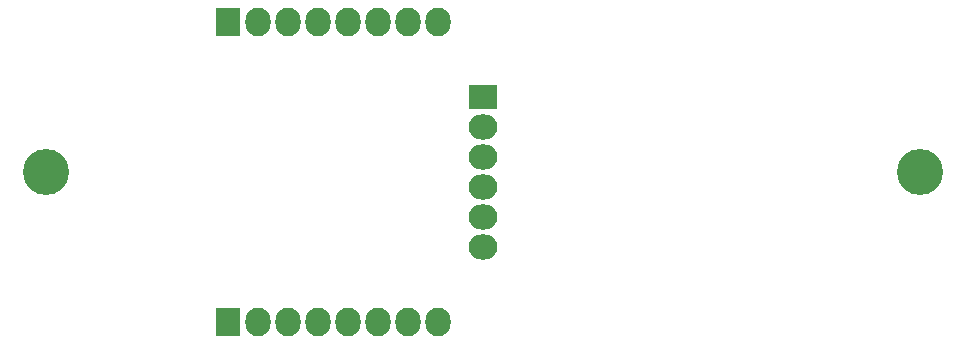
<source format=gbr>
G04 #@! TF.FileFunction,Soldermask,Bot*
%FSLAX46Y46*%
G04 Gerber Fmt 4.6, Leading zero omitted, Abs format (unit mm)*
G04 Created by KiCad (PCBNEW 4.0.4+e1-6308~48~ubuntu14.04.1-stable) date Sun Nov 27 15:19:37 2016*
%MOMM*%
%LPD*%
G01*
G04 APERTURE LIST*
%ADD10C,0.100000*%
%ADD11C,3.900000*%
%ADD12R,2.432000X2.127200*%
%ADD13O,2.432000X2.127200*%
%ADD14R,2.127200X2.432000*%
%ADD15O,2.127200X2.432000*%
G04 APERTURE END LIST*
D10*
D11*
X109050000Y-104140000D03*
X183050000Y-104140000D03*
D12*
X146050000Y-97790000D03*
D13*
X146050000Y-100330000D03*
X146050000Y-102870000D03*
X146050000Y-105410000D03*
X146050000Y-107950000D03*
X146050000Y-110490000D03*
D14*
X124460000Y-116840000D03*
D15*
X127000000Y-116840000D03*
X129540000Y-116840000D03*
X132080000Y-116840000D03*
X134620000Y-116840000D03*
X137160000Y-116840000D03*
X139700000Y-116840000D03*
X142240000Y-116840000D03*
D14*
X124460000Y-91440000D03*
D15*
X127000000Y-91440000D03*
X129540000Y-91440000D03*
X132080000Y-91440000D03*
X134620000Y-91440000D03*
X137160000Y-91440000D03*
X139700000Y-91440000D03*
X142240000Y-91440000D03*
M02*

</source>
